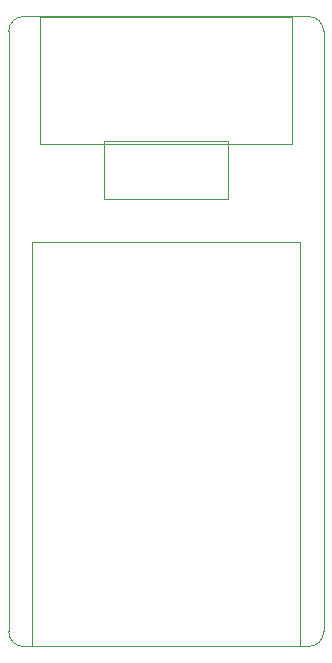
<source format=gbr>
%TF.GenerationSoftware,KiCad,Pcbnew,5.1.5+dfsg1-2~bpo10+1*%
%TF.CreationDate,2020-10-04T09:49:28+00:00*%
%TF.ProjectId,PWR,5057522e-6b69-4636-9164-5f7063625858,rev?*%
%TF.SameCoordinates,Original*%
%TF.FileFunction,Other,User*%
%FSLAX45Y45*%
G04 Gerber Fmt 4.5, Leading zero omitted, Abs format (unit mm)*
G04 Created by KiCad (PCBNEW 5.1.5+dfsg1-2~bpo10+1) date 2020-10-04 09:49:28*
%MOMM*%
%LPD*%
G04 APERTURE LIST*
%ADD10C,0.120000*%
%ADD11C,0.050000*%
G04 APERTURE END LIST*
D10*
X2476500Y-508000D02*
G75*
G02X2349500Y-635000I-127000J0D01*
G01*
X-190500Y4572000D02*
G75*
G02X-63500Y4699000I127000J0D01*
G01*
X-63500Y-635000D02*
G75*
G02X-190500Y-508000I0J127000D01*
G01*
X2349500Y4699000D02*
G75*
G02X2476500Y4572000I0J-127000D01*
G01*
X-190500Y4572000D02*
X-190500Y-508000D01*
X2349500Y4699000D02*
X-63500Y4699000D01*
X2476500Y-508000D02*
X2476500Y4572000D01*
X-63500Y-635000D02*
X2349500Y-635000D01*
D11*
X10000Y2786500D02*
X10000Y-633500D01*
X10000Y-633500D02*
X2280000Y-633500D01*
X2280000Y2786500D02*
X2280000Y-633500D01*
X10000Y2786500D02*
X2280000Y2786500D01*
X618000Y3152500D02*
X1668000Y3152500D01*
X618000Y3643500D02*
X618000Y3152500D01*
X1668000Y3643500D02*
X618000Y3643500D01*
X1668000Y3152500D02*
X1668000Y3643500D01*
X2209000Y4698500D02*
X77000Y4698500D01*
X2209000Y3617500D02*
X2209000Y4698500D01*
X77000Y3617500D02*
X2209000Y3617500D01*
X77000Y4698500D02*
X77000Y3617500D01*
M02*

</source>
